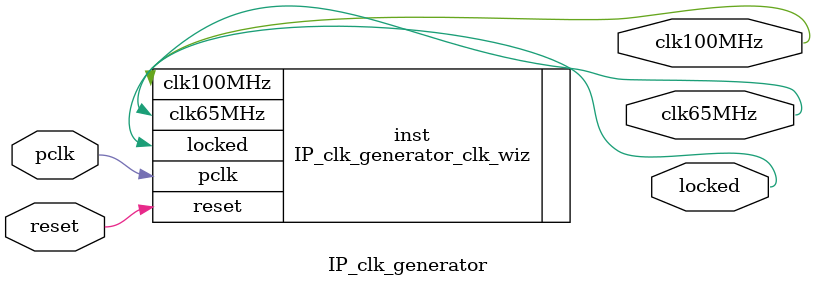
<source format=v>


`timescale 1ps/1ps

(* CORE_GENERATION_INFO = "IP_clk_generator,clk_wiz_v5_4_2_0,{component_name=IP_clk_generator,use_phase_alignment=true,use_min_o_jitter=false,use_max_i_jitter=false,use_dyn_phase_shift=false,use_inclk_switchover=false,use_dyn_reconfig=false,enable_axi=0,feedback_source=FDBK_AUTO,PRIMITIVE=MMCM,num_out_clk=2,clkin1_period=10.000,clkin2_period=10.000,use_power_down=false,use_reset=true,use_locked=true,use_inclk_stopped=false,feedback_type=SINGLE,CLOCK_MGR_TYPE=NA,manual_override=false}" *)

module IP_clk_generator 
 (
  // Clock out ports
  output        clk100MHz,
  output        clk65MHz,
  // Status and control signals
  input         reset,
  output        locked,
 // Clock in ports
  input         pclk
 );

  IP_clk_generator_clk_wiz inst
  (
  // Clock out ports  
  .clk100MHz(clk100MHz),
  .clk65MHz(clk65MHz),
  // Status and control signals               
  .reset(reset), 
  .locked(locked),
 // Clock in ports
  .pclk(pclk)
  );

endmodule

</source>
